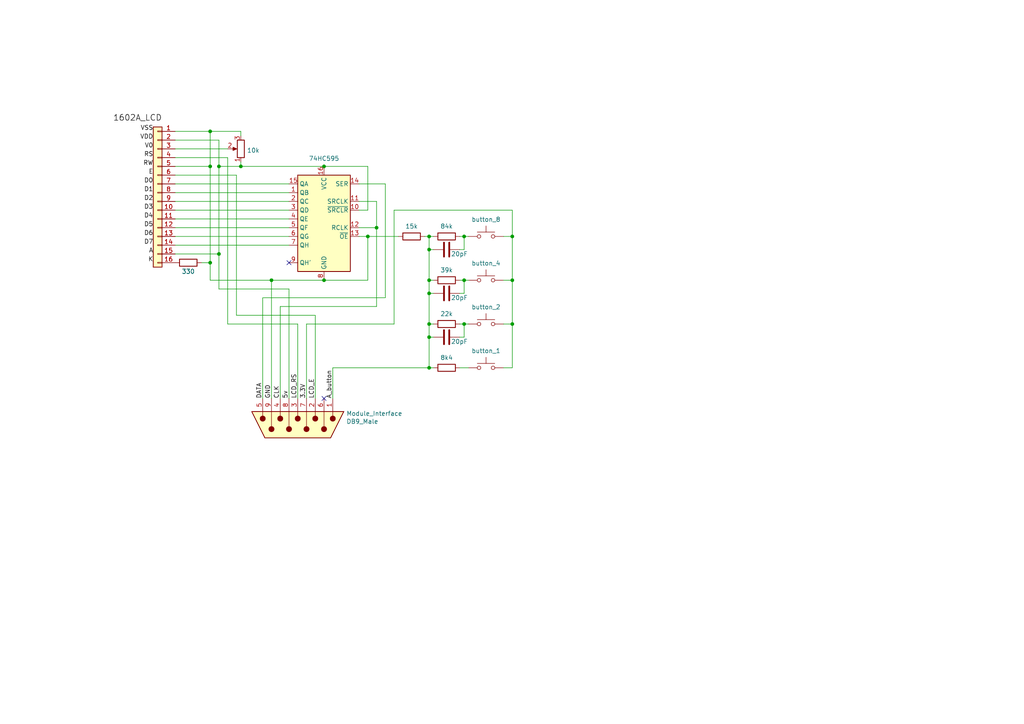
<source format=kicad_sch>
(kicad_sch (version 20211123) (generator eeschema)
  (paper "A4")
  (lib_symbols
    (symbol "74xx:74HC595"
      (property "Reference" "U" (at -7.62 13.97 0))
      (property "Value" "74HC595" (at -7.62 -16.51 0))
      (symbol "74HC595_1_0"
        (pin tri_state line (at 10.16 7.62 180) (length 2.54) (name "QB") (number "1"))
        (pin input line (at -10.16 2.54 0) (length 2.54) (name "~{SRCLR}") (number "10"))
        (pin input line (at -10.16 5.08 0) (length 2.54) (name "SRCLK") (number "11"))
        (pin input line (at -10.16 -2.54 0) (length 2.54) (name "RCLK") (number "12"))
        (pin input line (at -10.16 -5.08 0) (length 2.54) (name "~{OE}") (number "13"))
        (pin input line (at -10.16 10.16 0) (length 2.54) (name "SER") (number "14"))
        (pin tri_state line (at 10.16 10.16 180) (length 2.54) (name "QA") (number "15"))
        (pin power_in line (at 0 15.24 270) (length 2.54) (name "VCC") (number "16"))
        (pin tri_state line (at 10.16 5.08 180) (length 2.54) (name "QC") (number "2"))
        (pin tri_state line (at 10.16 2.54 180) (length 2.54) (name "QD") (number "3"))
        (pin tri_state line (at 10.16 0 180) (length 2.54) (name "QE") (number "4"))
        (pin tri_state line (at 10.16 -2.54 180) (length 2.54) (name "QF") (number "5"))
        (pin tri_state line (at 10.16 -5.08 180) (length 2.54) (name "QG") (number "6"))
        (pin tri_state line (at 10.16 -7.62 180) (length 2.54) (name "QH") (number "7"))
        (pin power_in line (at 0 -17.78 90) (length 2.54) (name "GND") (number "8"))
        (pin output line (at 10.16 -12.7 180) (length 2.54) (name "QH'") (number "9"))
      )
      (symbol "74HC595_1_1"
        (rectangle (start -7.62 12.7) (end 7.62 -15.24) (stroke (width 0.254)) (fill (type background)))
      )
    )
    (symbol "Connector:DB9_Male" (pin_names (offset 1.016) hide)
      (property "Reference" "J" (at 0 13.97 0))
      (property "Value" "DB9_Male" (at 0 -14.605 0))
      (symbol "DB9_Male_0_1"
        (circle (center -1.778 -10.16) (radius 0.762) (fill (type outline)))
        (circle (center -1.778 -5.08) (radius 0.762) (fill (type outline)))
        (circle (center -1.778 0) (radius 0.762) (fill (type outline)))
        (circle (center -1.778 5.08) (radius 0.762) (fill (type outline)))
        (circle (center -1.778 10.16) (radius 0.762) (fill (type outline)))
        (polyline (pts (xy -3.81 -10.16) (xy -2.54 -10.16)))
        (polyline (pts (xy -3.81 -7.62) (xy 0.508 -7.62)))
        (polyline (pts (xy -3.81 -5.08) (xy -2.54 -5.08)))
        (polyline (pts (xy -3.81 -2.54) (xy 0.508 -2.54)))
        (polyline (pts (xy -3.81 0) (xy -2.54 0)))
        (polyline (pts (xy -3.81 2.54) (xy 0.508 2.54)))
        (polyline (pts (xy -3.81 5.08) (xy -2.54 5.08)))
        (polyline (pts (xy -3.81 7.62) (xy 0.508 7.62)))
        (polyline (pts (xy -3.81 10.16) (xy -2.54 10.16)))
        (polyline (pts (xy -3.81 -13.335) (xy -3.81 13.335) (xy 3.81 9.525) (xy 3.81 -9.525) (xy -3.81 -13.335)) (stroke (width 0.254)) (fill (type background)))
        (circle (center 1.27 -7.62) (radius 0.762) (fill (type outline)))
        (circle (center 1.27 -2.54) (radius 0.762) (fill (type outline)))
        (circle (center 1.27 2.54) (radius 0.762) (fill (type outline)))
        (circle (center 1.27 7.62) (radius 0.762) (fill (type outline)))
      )
      (symbol "DB9_Male_1_1"
        (pin passive line (at -7.62 -10.16 0) (length 3.81) (name "1") (number "1"))
        (pin passive line (at -7.62 -5.08 0) (length 3.81) (name "2") (number "2"))
        (pin passive line (at -7.62 0 0) (length 3.81) (name "3") (number "3"))
        (pin passive line (at -7.62 5.08 0) (length 3.81) (name "4") (number "4"))
        (pin passive line (at -7.62 10.16 0) (length 3.81) (name "5") (number "5"))
        (pin passive line (at -7.62 -7.62 0) (length 3.81) (name "6") (number "6"))
        (pin passive line (at -7.62 -2.54 0) (length 3.81) (name "7") (number "7"))
        (pin passive line (at -7.62 2.54 0) (length 3.81) (name "8") (number "8"))
        (pin passive line (at -7.62 7.62 0) (length 3.81) (name "9") (number "9"))
      )
    )
    (symbol "Connector_Generic:Conn_01x16" (pin_names (offset 1.016) hide)
      (property "Reference" "J" (at 0 20.32 0))
      (property "Value" "Conn_01x16" (at 0 -22.86 0))
      (symbol "Conn_01x16_1_1"
        (rectangle (start -1.27 -20.193) (end 0 -20.447) (stroke (width 0.1524)))
        (rectangle (start -1.27 -17.653) (end 0 -17.907) (stroke (width 0.1524)))
        (rectangle (start -1.27 -15.113) (end 0 -15.367) (stroke (width 0.1524)))
        (rectangle (start -1.27 -12.573) (end 0 -12.827) (stroke (width 0.1524)))
        (rectangle (start -1.27 -10.033) (end 0 -10.287) (stroke (width 0.1524)))
        (rectangle (start -1.27 -7.493) (end 0 -7.747) (stroke (width 0.1524)))
        (rectangle (start -1.27 -4.953) (end 0 -5.207) (stroke (width 0.1524)))
        (rectangle (start -1.27 -2.413) (end 0 -2.667) (stroke (width 0.1524)))
        (rectangle (start -1.27 0.127) (end 0 -0.127) (stroke (width 0.1524)))
        (rectangle (start -1.27 2.667) (end 0 2.413) (stroke (width 0.1524)))
        (rectangle (start -1.27 5.207) (end 0 4.953) (stroke (width 0.1524)))
        (rectangle (start -1.27 7.747) (end 0 7.493) (stroke (width 0.1524)))
        (rectangle (start -1.27 10.287) (end 0 10.033) (stroke (width 0.1524)))
        (rectangle (start -1.27 12.827) (end 0 12.573) (stroke (width 0.1524)))
        (rectangle (start -1.27 15.367) (end 0 15.113) (stroke (width 0.1524)))
        (rectangle (start -1.27 17.907) (end 0 17.653) (stroke (width 0.1524)))
        (rectangle (start -1.27 19.05) (end 1.27 -21.59) (stroke (width 0.254)) (fill (type background)))
        (pin passive line (at -5.08 17.78 0) (length 3.81) (name "Pin_1") (number "1"))
        (pin passive line (at -5.08 -5.08 0) (length 3.81) (name "Pin_10") (number "10"))
        (pin passive line (at -5.08 -7.62 0) (length 3.81) (name "Pin_11") (number "11"))
        (pin passive line (at -5.08 -10.16 0) (length 3.81) (name "Pin_12") (number "12"))
        (pin passive line (at -5.08 -12.7 0) (length 3.81) (name "Pin_13") (number "13"))
        (pin passive line (at -5.08 -15.24 0) (length 3.81) (name "Pin_14") (number "14"))
        (pin passive line (at -5.08 -17.78 0) (length 3.81) (name "Pin_15") (number "15"))
        (pin passive line (at -5.08 -20.32 0) (length 3.81) (name "Pin_16") (number "16"))
        (pin passive line (at -5.08 15.24 0) (length 3.81) (name "Pin_2") (number "2"))
        (pin passive line (at -5.08 12.7 0) (length 3.81) (name "Pin_3") (number "3"))
        (pin passive line (at -5.08 10.16 0) (length 3.81) (name "Pin_4") (number "4"))
        (pin passive line (at -5.08 7.62 0) (length 3.81) (name "Pin_5") (number "5"))
        (pin passive line (at -5.08 5.08 0) (length 3.81) (name "Pin_6") (number "6"))
        (pin passive line (at -5.08 2.54 0) (length 3.81) (name "Pin_7") (number "7"))
        (pin passive line (at -5.08 0 0) (length 3.81) (name "Pin_8") (number "8"))
        (pin passive line (at -5.08 -2.54 0) (length 3.81) (name "Pin_9") (number "9"))
      )
    )
    (symbol "Device:C" (pin_numbers hide) (pin_names (offset 0.254))
      (property "Reference" "C" (at 0.635 2.54 0))
      (property "Value" "C" (at 0.635 -2.54 0))
      (symbol "C_0_1"
        (polyline (pts (xy -2.032 -0.762) (xy 2.032 -0.762)) (stroke (width 0.508)))
        (polyline (pts (xy -2.032 0.762) (xy 2.032 0.762)) (stroke (width 0.508)))
      )
      (symbol "C_1_1"
        (pin passive line (at 0 3.81 270) (length 2.794) (name "~") (number "1"))
        (pin passive line (at 0 -3.81 90) (length 2.794) (name "~") (number "2"))
      )
    )
    (symbol "Device:R" (pin_numbers hide) (pin_names (offset 0))
      (property "Reference" "R" (at 2.032 0 90))
      (property "Value" "R" (at 0 0 90))
      (symbol "R_0_1"
        (rectangle (start -1.016 -2.54) (end 1.016 2.54) (stroke (width 0.254)))
      )
      (symbol "R_1_1"
        (pin passive line (at 0 3.81 270) (length 1.27) (name "~") (number "1"))
        (pin passive line (at 0 -3.81 90) (length 1.27) (name "~") (number "2"))
      )
    )
    (symbol "Device:R_Potentiometer" (pin_names (offset 1.016) hide)
      (property "Reference" "RV" (at -4.445 0 90))
      (property "Value" "R_Potentiometer" (at -2.54 0 90))
      (symbol "R_Potentiometer_0_1"
        (polyline (pts (xy 2.54 0) (xy 1.524 0)))
        (polyline (pts (xy 1.143 0) (xy 2.286 0.508) (xy 2.286 -0.508) (xy 1.143 0)) (fill (type outline)))
        (rectangle (start 1.016 2.54) (end -1.016 -2.54) (stroke (width 0.254)))
      )
      (symbol "R_Potentiometer_1_1"
        (pin passive line (at 0 3.81 270) (length 1.27) (name "1") (number "1"))
        (pin passive line (at 3.81 0 180) (length 1.27) (name "2") (number "2"))
        (pin passive line (at 0 -3.81 90) (length 1.27) (name "3") (number "3"))
      )
    )
    (symbol "Switch:SW_Push" (pin_numbers hide) (pin_names (offset 1.016) hide)
      (property "Reference" "SW" (at 1.27 2.54 0))
      (property "Value" "SW_Push" (at 0 -1.524 0))
      (symbol "SW_Push_0_1"
        (circle (center -2.032 0) (radius 0.508))
        (polyline (pts (xy 0 1.27) (xy 0 3.048)))
        (polyline (pts (xy 2.54 1.27) (xy -2.54 1.27)))
        (circle (center 2.032 0) (radius 0.508))
        (pin passive line (at -5.08 0 0) (length 2.54) (name "1") (number "1"))
        (pin passive line (at 5.08 0 180) (length 2.54) (name "2") (number "2"))
      )
    )
  )
  (junction (at 106.68 68.58))
  (junction (at 124.46 85.09))
  (junction (at 124.46 97.79))
  (junction (at 109.22 66.04))
  (junction (at 134.62 68.58))
  (junction (at 148.59 68.58))
  (junction (at 60.96 38.1))
  (junction (at 124.46 68.58))
  (junction (at 69.85 48.26))
  (junction (at 60.96 76.2))
  (junction (at 148.59 81.28))
  (junction (at 124.46 106.68))
  (junction (at 134.62 93.98))
  (junction (at 148.59 93.98))
  (junction (at 63.5 48.26))
  (junction (at 93.98 81.28))
  (junction (at 78.74 81.28))
  (junction (at 63.5 73.66))
  (junction (at 124.46 81.28))
  (junction (at 134.62 81.28))
  (junction (at 124.46 93.98))
  (junction (at 93.98 48.26))
  (junction (at 124.46 72.39))
  (junction (at 60.96 48.26))
  (no_connect (at 93.98 115.57))
  (no_connect (at 83.82 76.2))
  (wire (pts (xy 106.68 48.26) (xy 93.98 48.26)))
  (wire (pts (xy 125.73 106.68) (xy 124.46 106.68)))
  (wire (pts (xy 60.96 81.28) (xy 78.74 81.28)))
  (wire (pts (xy 60.96 48.26) (xy 60.96 76.2)))
  (wire (pts (xy 50.8 63.5) (xy 83.82 63.5)))
  (wire (pts (xy 111.76 53.34) (xy 104.14 53.34)))
  (wire (pts (xy 134.62 85.09) (xy 134.62 81.28)))
  (wire (pts (xy 109.22 66.04) (xy 109.22 58.42)))
  (wire (pts (xy 125.73 93.98) (xy 124.46 93.98)))
  (wire (pts (xy 109.22 58.42) (xy 104.14 58.42)))
  (wire (pts (xy 135.89 68.58) (xy 134.62 68.58)))
  (wire (pts (xy 96.52 106.68) (xy 96.52 115.57)))
  (wire (pts (xy 69.85 48.26) (xy 63.5 48.26)))
  (wire (pts (xy 104.14 66.04) (xy 109.22 66.04)))
  (wire (pts (xy 134.62 97.79) (xy 133.35 97.79)))
  (wire (pts (xy 114.3 60.96) (xy 148.59 60.96)))
  (wire (pts (xy 50.8 66.04) (xy 83.82 66.04)))
  (wire (pts (xy 124.46 97.79) (xy 125.73 97.79)))
  (wire (pts (xy 50.8 40.64) (xy 63.5 40.64)))
  (wire (pts (xy 125.73 68.58) (xy 124.46 68.58)))
  (wire (pts (xy 60.96 38.1) (xy 69.85 38.1)))
  (wire (pts (xy 88.9 115.57) (xy 88.9 93.98)))
  (wire (pts (xy 68.58 50.8) (xy 68.58 91.44)))
  (wire (pts (xy 50.8 53.34) (xy 83.82 53.34)))
  (wire (pts (xy 50.8 38.1) (xy 60.96 38.1)))
  (wire (pts (xy 63.5 73.66) (xy 63.5 83.82)))
  (wire (pts (xy 124.46 97.79) (xy 124.46 106.68)))
  (wire (pts (xy 63.5 40.64) (xy 63.5 48.26)))
  (wire (pts (xy 78.74 81.28) (xy 93.98 81.28)))
  (wire (pts (xy 124.46 106.68) (xy 96.52 106.68)))
  (wire (pts (xy 111.76 86.36) (xy 111.76 53.34)))
  (wire (pts (xy 63.5 83.82) (xy 83.82 83.82)))
  (wire (pts (xy 91.44 91.44) (xy 68.58 91.44)))
  (wire (pts (xy 148.59 68.58) (xy 146.05 68.58)))
  (wire (pts (xy 133.35 85.09) (xy 134.62 85.09)))
  (wire (pts (xy 86.36 93.98) (xy 86.36 115.57)))
  (wire (pts (xy 50.8 60.96) (xy 83.82 60.96)))
  (wire (pts (xy 63.5 48.26) (xy 63.5 73.66)))
  (wire (pts (xy 148.59 60.96) (xy 148.59 68.58)))
  (wire (pts (xy 50.8 55.88) (xy 83.82 55.88)))
  (wire (pts (xy 104.14 60.96) (xy 106.68 60.96)))
  (wire (pts (xy 69.85 38.1) (xy 69.85 39.37)))
  (wire (pts (xy 148.59 81.28) (xy 146.05 81.28)))
  (wire (pts (xy 134.62 72.39) (xy 134.62 68.58)))
  (wire (pts (xy 135.89 81.28) (xy 134.62 81.28)))
  (wire (pts (xy 76.2 86.36) (xy 111.76 86.36)))
  (wire (pts (xy 83.82 83.82) (xy 83.82 115.57)))
  (wire (pts (xy 60.96 76.2) (xy 58.42 76.2)))
  (wire (pts (xy 104.14 68.58) (xy 106.68 68.58)))
  (wire (pts (xy 66.04 43.18) (xy 50.8 43.18)))
  (wire (pts (xy 78.74 115.57) (xy 78.74 81.28)))
  (wire (pts (xy 134.62 93.98) (xy 135.89 93.98)))
  (wire (pts (xy 134.62 81.28) (xy 133.35 81.28)))
  (wire (pts (xy 50.8 48.26) (xy 60.96 48.26)))
  (wire (pts (xy 81.28 88.9) (xy 81.28 115.57)))
  (wire (pts (xy 133.35 106.68) (xy 135.89 106.68)))
  (wire (pts (xy 69.85 48.26) (xy 93.98 48.26)))
  (wire (pts (xy 106.68 68.58) (xy 115.57 68.58)))
  (wire (pts (xy 124.46 85.09) (xy 124.46 81.28)))
  (wire (pts (xy 114.3 93.98) (xy 114.3 60.96)))
  (wire (pts (xy 106.68 60.96) (xy 106.68 48.26)))
  (wire (pts (xy 148.59 81.28) (xy 148.59 68.58)))
  (wire (pts (xy 146.05 93.98) (xy 148.59 93.98)))
  (wire (pts (xy 134.62 68.58) (xy 133.35 68.58)))
  (wire (pts (xy 133.35 72.39) (xy 134.62 72.39)))
  (wire (pts (xy 66.04 45.72) (xy 66.04 93.98)))
  (wire (pts (xy 134.62 93.98) (xy 134.62 97.79)))
  (wire (pts (xy 146.05 106.68) (xy 148.59 106.68)))
  (wire (pts (xy 124.46 72.39) (xy 125.73 72.39)))
  (wire (pts (xy 124.46 93.98) (xy 124.46 85.09)))
  (wire (pts (xy 50.8 71.12) (xy 83.82 71.12)))
  (wire (pts (xy 109.22 66.04) (xy 109.22 88.9)))
  (wire (pts (xy 148.59 93.98) (xy 148.59 106.68)))
  (wire (pts (xy 50.8 58.42) (xy 83.82 58.42)))
  (wire (pts (xy 60.96 81.28) (xy 60.96 76.2)))
  (wire (pts (xy 148.59 81.28) (xy 148.59 93.98)))
  (wire (pts (xy 88.9 93.98) (xy 114.3 93.98)))
  (wire (pts (xy 91.44 115.57) (xy 91.44 91.44)))
  (wire (pts (xy 63.5 73.66) (xy 50.8 73.66)))
  (wire (pts (xy 69.85 48.26) (xy 69.85 46.99)))
  (wire (pts (xy 123.19 68.58) (xy 124.46 68.58)))
  (wire (pts (xy 66.04 45.72) (xy 50.8 45.72)))
  (wire (pts (xy 124.46 81.28) (xy 125.73 81.28)))
  (wire (pts (xy 106.68 81.28) (xy 93.98 81.28)))
  (wire (pts (xy 66.04 93.98) (xy 86.36 93.98)))
  (wire (pts (xy 124.46 93.98) (xy 124.46 97.79)))
  (wire (pts (xy 68.58 50.8) (xy 50.8 50.8)))
  (wire (pts (xy 124.46 68.58) (xy 124.46 72.39)))
  (wire (pts (xy 124.46 81.28) (xy 124.46 72.39)))
  (wire (pts (xy 133.35 93.98) (xy 134.62 93.98)))
  (wire (pts (xy 109.22 88.9) (xy 81.28 88.9)))
  (wire (pts (xy 76.2 115.57) (xy 76.2 86.36)))
  (wire (pts (xy 50.8 68.58) (xy 83.82 68.58)))
  (wire (pts (xy 125.73 85.09) (xy 124.46 85.09)))
  (wire (pts (xy 106.68 68.58) (xy 106.68 81.28)))
  (wire (pts (xy 60.96 38.1) (xy 60.96 48.26)))
  (label "DATA" (at 76.2 115.57 90))
  (label "D6" (at 44.45 68.58 180))
  (label "D5" (at 44.45 66.04 180))
  (label "RS" (at 44.45 45.72 180))
  (label "5v" (at 83.82 115.57 90))
  (label "V0" (at 44.45 43.18 180))
  (label "3.3V" (at 88.9 115.57 90))
  (label "D4" (at 44.45 63.5 180))
  (label "E" (at 44.45 50.8 180))
  (label "D0" (at 44.45 53.34 180))
  (label "LCD_RS" (at 86.36 115.57 90))
  (label "D7" (at 44.45 71.12 180))
  (label "VSS" (at 44.45 38.1 180))
  (label "VDD" (at 44.45 40.64 180))
  (label "A_button" (at 96.52 115.57 90))
  (label "K" (at 44.45 76.2 180))
  (label "D2" (at 44.45 58.42 180))
  (label "GND" (at 78.74 115.57 90))
  (label "D1" (at 44.45 55.88 180))
  (label "D3" (at 44.45 60.96 180))
  (label "LCD_E" (at 91.44 115.57 90))
  (label "CLK" (at 81.28 115.57 90))
  (label "1602A_LCD" (at 46.99 35.56 180) (effects (font (size 1.7 1.7))))
  (label "RW" (at 44.45 48.26 180))
  (label "A" (at 44.45 73.66 180))
  (symbol (lib_id "Connector_Generic:Conn_01x16") (at 45.72 55.88 0) (mirror y) (unit 1)
    (property "Reference" "J?" (effects hide))
    (property "Value" "Conn_01x16" (effects hide))
  )
  (symbol (lib_id "Switch:SW_Push") (at 140.97 68.58 0) (unit 1)
    (property "Reference" "SW?" (effects hide))
    (property "Value" "button_8" (at 140.97 63.6524 0))
  )
  (symbol (lib_id "Switch:SW_Push") (at 140.97 81.28 0) (unit 1)
    (property "Reference" "SW?" (effects hide))
    (property "Value" "button_4" (at 140.97 76.3524 0))
  )
  (symbol (lib_id "Switch:SW_Push") (at 140.97 93.98 0) (unit 1)
    (property "Reference" "SW?" (effects hide))
    (property "Value" "button_2" (at 140.97 89.0524 0))
  )
  (symbol (lib_id "Switch:SW_Push") (at 140.97 106.68 0) (unit 1)
    (property "Reference" "SW?" (effects hide))
    (property "Value" "button_1" (at 140.97 101.7524 0))
  )
  (symbol (lib_id "74xx:74HC595") (at 93.98 63.5 0) (mirror y) (unit 1)
    (property "Reference" "U?" (effects hide))
    (property "Value" "74HC595" (at 93.98 45.974 0))
    (property "Datasheet" "http://www.ti.com/lit/ds/symlink/sn74hc595.pdf" (effects hide))
  )
  (symbol (lib_id "Device:R") (at 54.61 76.2 270) (unit 1)
    (property "Reference" "R?" (effects hide))
    (property "Value" "330" (at 54.61 78.74 90))
  )
  (symbol (lib_id "Connector:DB9_Male") (at 86.36 123.19 90) (mirror x) (unit 1)
    (property "Reference" "Module_Interface" (at 100.457 119.9388 90) (effects (justify right)))
    (property "Value" "DB9_Male" (at 100.457 122.2502 90) (effects (justify right)))
    (property "Datasheet" " ~" (effects hide))
  )
  (symbol (lib_id "Device:R") (at 129.54 68.58 270) (unit 1)
    (property "Reference" "R?" (effects hide))
    (property "Value" "84k" (at 129.54 65.6336 90))
  )
  (symbol (lib_id "Device:R") (at 129.54 81.28 270) (unit 1)
    (property "Reference" "R?" (effects hide))
    (property "Value" "39k" (at 129.54 78.3336 90))
  )
  (symbol (lib_id "Device:R") (at 129.54 93.98 270) (unit 1)
    (property "Reference" "R?" (effects hide))
    (property "Value" "22k" (at 129.54 91.0336 90))
  )
  (symbol (lib_id "Device:R") (at 129.54 106.68 270) (unit 1)
    (property "Reference" "R?" (effects hide))
    (property "Value" "8k4" (at 129.54 103.7336 90))
  )
  (symbol (lib_id "Device:C") (at 129.54 97.79 270) (unit 1)
    (property "Reference" "C?" (effects hide))
    (property "Value" "20pF" (at 130.81 99.06 90) (effects (justify left)))
  )
  (symbol (lib_id "Device:C") (at 129.54 85.09 270) (unit 1)
    (property "Reference" "C?" (effects hide))
    (property "Value" "20pF" (at 130.81 86.36 90) (effects (justify left)))
  )
  (symbol (lib_id "Device:C") (at 129.54 72.39 270) (unit 1)
    (property "Reference" "C?" (effects hide))
    (property "Value" "20pF" (at 130.81 73.66 90) (effects (justify left)))
  )
  (symbol (lib_id "Device:R") (at 119.38 68.58 270) (unit 1)
    (property "Reference" "R?" (effects hide))
    (property "Value" "15k" (at 119.38 65.6336 90))
  )
  (symbol (lib_id "Device:R_Potentiometer") (at 69.85 43.18 180) (unit 1)
    (property "Reference" "RV" (effects hide))
    (property "Value" "10k" (at 71.628 43.6138 0) (effects (justify right)))
  )
)
</source>
